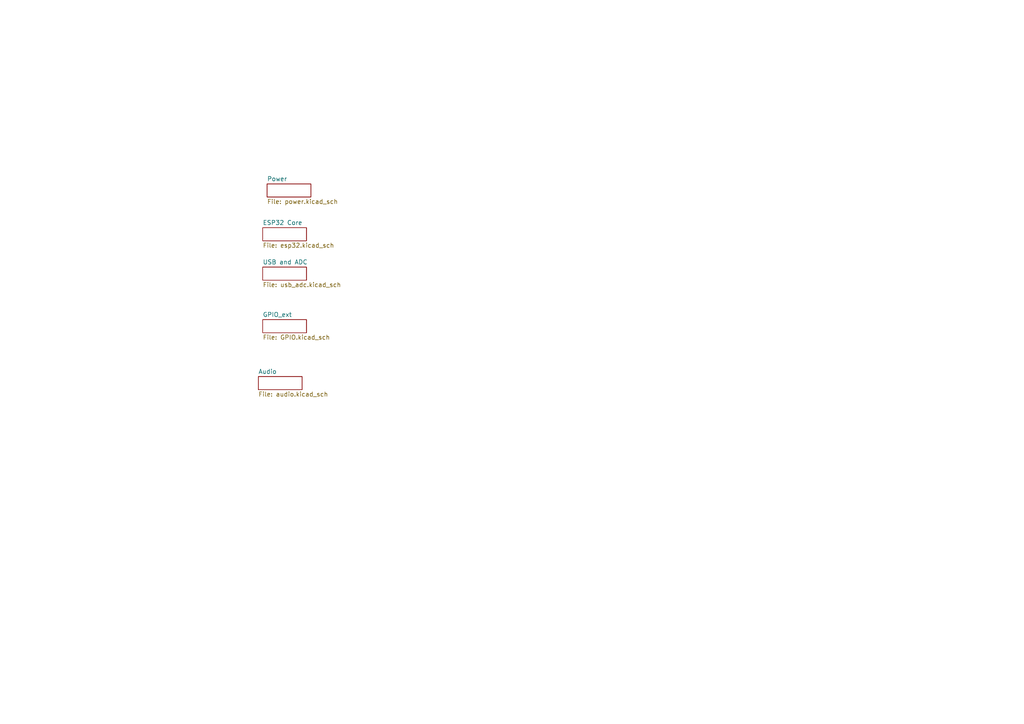
<source format=kicad_sch>
(kicad_sch
	(version 20231120)
	(generator "eeschema")
	(generator_version "8.0")
	(uuid "f9f54452-72bc-42e0-a85c-2b2c5cedd536")
	(paper "A4")
	(lib_symbols)
	(sheet
		(at 76.2 66.04)
		(size 12.7 3.81)
		(fields_autoplaced yes)
		(stroke
			(width 0.1524)
			(type solid)
		)
		(fill
			(color 0 0 0 0.0000)
		)
		(uuid "0846d409-06c6-48a9-9ebd-55690c5ee116")
		(property "Sheetname" "ESP32 Core"
			(at 76.2 65.3284 0)
			(effects
				(font
					(size 1.27 1.27)
				)
				(justify left bottom)
			)
		)
		(property "Sheetfile" "esp32.kicad_sch"
			(at 76.2 70.4346 0)
			(effects
				(font
					(size 1.27 1.27)
				)
				(justify left top)
			)
		)
		(instances
			(project "Muffin"
				(path "/f9f54452-72bc-42e0-a85c-2b2c5cedd536"
					(page "3")
				)
			)
		)
	)
	(sheet
		(at 77.47 53.34)
		(size 12.7 3.81)
		(fields_autoplaced yes)
		(stroke
			(width 0.1524)
			(type solid)
		)
		(fill
			(color 0 0 0 0.0000)
		)
		(uuid "250a92ee-65cc-4212-89d0-085fb195d4e4")
		(property "Sheetname" "Power"
			(at 77.47 52.6284 0)
			(effects
				(font
					(size 1.27 1.27)
				)
				(justify left bottom)
			)
		)
		(property "Sheetfile" "power.kicad_sch"
			(at 77.47 57.7346 0)
			(effects
				(font
					(size 1.27 1.27)
				)
				(justify left top)
			)
		)
		(instances
			(project "Muffin"
				(path "/f9f54452-72bc-42e0-a85c-2b2c5cedd536"
					(page "4")
				)
			)
		)
	)
	(sheet
		(at 76.2 77.47)
		(size 12.7 3.81)
		(fields_autoplaced yes)
		(stroke
			(width 0.1524)
			(type solid)
		)
		(fill
			(color 0 0 0 0.0000)
		)
		(uuid "5dee6413-7982-446b-aa7d-e7d46b5a7105")
		(property "Sheetname" "USB and ADC"
			(at 76.2 76.7584 0)
			(effects
				(font
					(size 1.27 1.27)
				)
				(justify left bottom)
			)
		)
		(property "Sheetfile" "usb_adc.kicad_sch"
			(at 76.2 81.8646 0)
			(effects
				(font
					(size 1.27 1.27)
				)
				(justify left top)
			)
		)
		(instances
			(project "Muffin"
				(path "/f9f54452-72bc-42e0-a85c-2b2c5cedd536"
					(page "2")
				)
			)
		)
	)
	(sheet
		(at 74.93 109.22)
		(size 12.7 3.81)
		(fields_autoplaced yes)
		(stroke
			(width 0.1524)
			(type solid)
		)
		(fill
			(color 0 0 0 0.0000)
		)
		(uuid "87ec6946-1795-40bd-842a-60e79a96f8b4")
		(property "Sheetname" "Audio"
			(at 74.93 108.5084 0)
			(effects
				(font
					(size 1.27 1.27)
				)
				(justify left bottom)
			)
		)
		(property "Sheetfile" "audio.kicad_sch"
			(at 74.93 113.6146 0)
			(effects
				(font
					(size 1.27 1.27)
				)
				(justify left top)
			)
		)
		(instances
			(project "Muffin"
				(path "/f9f54452-72bc-42e0-a85c-2b2c5cedd536"
					(page "6")
				)
			)
		)
	)
	(sheet
		(at 76.2 92.71)
		(size 12.7 3.81)
		(fields_autoplaced yes)
		(stroke
			(width 0.1524)
			(type solid)
		)
		(fill
			(color 0 0 0 0.0000)
		)
		(uuid "fee0daa9-678e-4400-86f8-80044c347af5")
		(property "Sheetname" "GPIO_ext"
			(at 76.2 91.9984 0)
			(effects
				(font
					(size 1.27 1.27)
				)
				(justify left bottom)
			)
		)
		(property "Sheetfile" "GPIO.kicad_sch"
			(at 76.2 97.1046 0)
			(effects
				(font
					(size 1.27 1.27)
				)
				(justify left top)
			)
		)
		(instances
			(project "Muffin"
				(path "/f9f54452-72bc-42e0-a85c-2b2c5cedd536"
					(page "5")
				)
			)
		)
	)
	(sheet_instances
		(path "/"
			(page "1")
		)
	)
)

</source>
